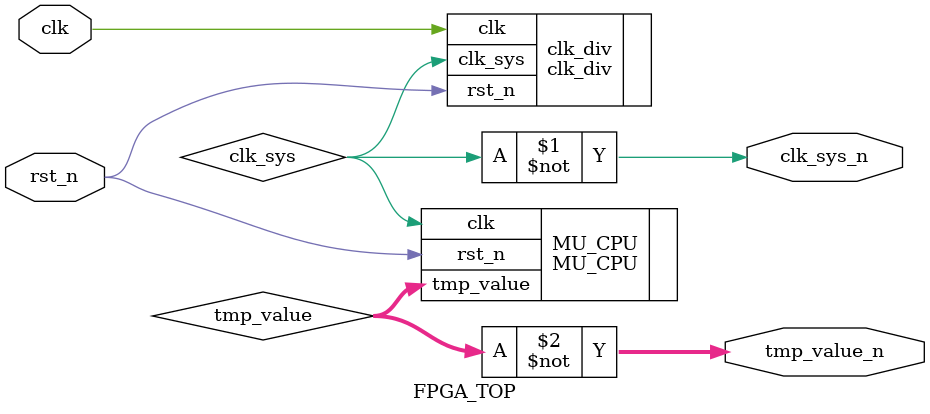
<source format=v>
`include "MU_CPU.v"
`include "clk_div.v"

module FPGA_TOP (
    input clk,
    input rst_n,

    output clk_sys_n,

    output [1:0] tmp_value_n
);

    wire clk_sys;
    wire [1:0] tmp_value;

    clk_div clk_div(
        .clk(clk),
        .rst_n(rst_n),

        .clk_sys(clk_sys)
    );

    MU_CPU MU_CPU(
        .clk(clk_sys),
        .rst_n(rst_n),

        .tmp_value(tmp_value)
    );

    assign clk_sys_n = ~clk_sys;
    assign tmp_value_n = ~tmp_value;

endmodule
</source>
